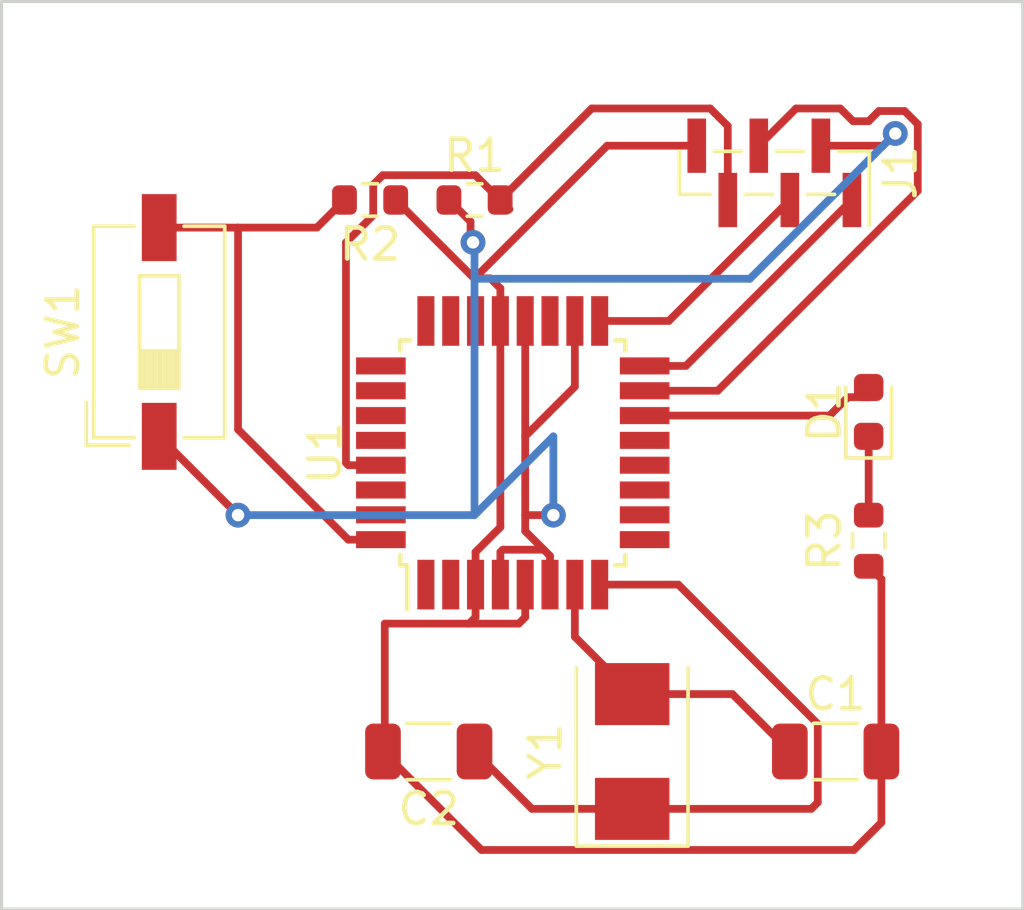
<source format=kicad_pcb>
(kicad_pcb (version 20221018) (generator pcbnew)
  (layers (0 "F.Cu" signal) (31 "B.Cu" signal) (34 "B.Paste" user) (35 "F.Paste" user) (36 "B.SilkS" user "B.Silkscreen") (37 "F.SilkS" user "F.Silkscreen") (38 "B.Mask" user) (39 "F.Mask" user) (44 "Edge.Cuts" user))
  (net 0 "")
  (net 1 "Net-(U1-XTAL1{slash}PB6)")
  (net 2 "GND")
  (net 3 "Net-(U1-XTAL2{slash}PB7)")
  (net 4 "Net-(D1-K)")
  (net 5 "Net-(D1-A)")
  (net 6 "Net-(J1-MISO)")
  (net 7 "+5V")
  (net 8 "Net-(J1-SCK)")
  (net 9 "Net-(J1-MOSI)")
  (net 10 "Net-(J1-~{RST})")
  (net 11 "Net-(SW1-B)")
  (net 26 "unconnected-(U1-PC5-Pad28)")
  (footprint "Package_QFP:TQFP-32_7x7mm_P0.8mm" (layer "F.Cu") (at 146.0125 132.61 90)
    (fp_text reference "U1" (at 0 -6.05 90) (layer "F.SilkS"))
    (fp_text value "ATmega328P-A")
    (fp_line (start -3.625 -3.625) (end -3.625 -3.4) (stroke (width 0.15)) (layer "F.SilkS"))
    (fp_line (start -3.625 -3.625) (end -3.3 -3.625) (stroke (width 0.15)) (layer "F.SilkS"))
    (fp_line (start -3.625 -3.4) (end -5.05 -3.4) (stroke (width 0.15)) (layer "F.SilkS"))
    (fp_line (start -3.625 3.625) (end -3.625 3.3) (stroke (width 0.15)) (layer "F.SilkS"))
    (fp_line (start -3.625 3.625) (end -3.3 3.625) (stroke (width 0.15)) (layer "F.SilkS"))
    (fp_line (start 3.625 -3.625) (end 3.3 -3.625) (stroke (width 0.15)) (layer "F.SilkS"))
    (fp_line (start 3.625 -3.625) (end 3.625 -3.3) (stroke (width 0.15)) (layer "F.SilkS"))
    (fp_line (start 3.625 3.625) (end 3.3 3.625) (stroke (width 0.15)) (layer "F.SilkS"))
    (fp_line (start 3.625 3.625) (end 3.625 3.3) (stroke (width 0.15)) (layer "F.SilkS"))
    (pad "1" smd rect (at -4.25 -2.8 90) (size 1.6 0.55) (layers "F.Cu" "F.Paste" "F.Mask"))
    (pad "2" smd rect (at -4.25 -2 90) (size 1.6 0.55) (layers "F.Cu" "F.Paste" "F.Mask"))
    (pad "3" smd rect (at -4.25 -1.2 90) (size 1.6 0.55) (layers "F.Cu" "F.Paste" "F.Mask") (net 2 "GND"))
    (pad "4" smd rect (at -4.25 -0.4 90) (size 1.6 0.55) (layers "F.Cu" "F.Paste" "F.Mask") (net 7 "+5V"))
    (pad "5" smd rect (at -4.25 0.4 90) (size 1.6 0.55) (layers "F.Cu" "F.Paste" "F.Mask") (net 2 "GND"))
    (pad "6" smd rect (at -4.25 1.2 90) (size 1.6 0.55) (layers "F.Cu" "F.Paste" "F.Mask") (net 7 "+5V"))
    (pad "7" smd rect (at -4.25 2 90) (size 1.6 0.55) (layers "F.Cu" "F.Paste" "F.Mask") (net 1 "Net-(U1-XTAL1{slash}PB6)"))
    (pad "8" smd rect (at -4.25 2.8 90) (size 1.6 0.55) (layers "F.Cu" "F.Paste" "F.Mask") (net 3 "Net-(U1-XTAL2{slash}PB7)"))
    (pad "9" smd rect (at -2.8 4.25 180) (size 1.6 0.55) (layers "F.Cu" "F.Paste" "F.Mask"))
    (pad "10" smd rect (at -2 4.25 180) (size 1.6 0.55) (layers "F.Cu" "F.Paste" "F.Mask"))
    (pad "11" smd rect (at -1.2 4.25 180) (size 1.6 0.55) (layers "F.Cu" "F.Paste" "F.Mask"))
    (pad "12" smd rect (at -0.4 4.25 180) (size 1.6 0.55) (layers "F.Cu" "F.Paste" "F.Mask"))
    (pad "13" smd rect (at 0.4 4.25 180) (size 1.6 0.55) (layers "F.Cu" "F.Paste" "F.Mask"))
    (pad "14" smd rect (at 1.2 4.25 180) (size 1.6 0.55) (layers "F.Cu" "F.Paste" "F.Mask") (net 5 "Net-(D1-A)"))
    (pad "15" smd rect (at 2 4.25 180) (size 1.6 0.55) (layers "F.Cu" "F.Paste" "F.Mask") (net 9 "Net-(J1-MOSI)"))
    (pad "16" smd rect (at 2.8 4.25 180) (size 1.6 0.55) (layers "F.Cu" "F.Paste" "F.Mask") (net 6 "Net-(J1-MISO)"))
    (pad "17" smd rect (at 4.25 2.8 90) (size 1.6 0.55) (layers "F.Cu" "F.Paste" "F.Mask") (net 8 "Net-(J1-SCK)"))
    (pad "18" smd rect (at 4.25 2 90) (size 1.6 0.55) (layers "F.Cu" "F.Paste" "F.Mask") (net 7 "+5V"))
    (pad "19" smd rect (at 4.25 1.2 90) (size 1.6 0.55) (layers "F.Cu" "F.Paste" "F.Mask"))
    (pad "20" smd rect (at 4.25 0.4 90) (size 1.6 0.55) (layers "F.Cu" "F.Paste" "F.Mask") (net 7 "+5V"))
    (pad "21" smd rect (at 4.25 -0.4 90) (size 1.6 0.55) (layers "F.Cu" "F.Paste" "F.Mask") (net 2 "GND"))
    (pad "22" smd rect (at 4.25 -1.2 90) (size 1.6 0.55) (layers "F.Cu" "F.Paste" "F.Mask"))
    (pad "23" smd rect (at 4.25 -2 90) (size 1.6 0.55) (layers "F.Cu" "F.Paste" "F.Mask"))
    (pad "24" smd rect (at 4.25 -2.8 90) (size 1.6 0.55) (layers "F.Cu" "F.Paste" "F.Mask"))
    (pad "25" smd rect (at 2.8 -4.25 180) (size 1.6 0.55) (layers "F.Cu" "F.Paste" "F.Mask"))
    (pad "26" smd rect (at 2 -4.25 180) (size 1.6 0.55) (layers "F.Cu" "F.Paste" "F.Mask"))
    (pad "27" smd rect (at 1.2 -4.25 180) (size 1.6 0.55) (layers "F.Cu" "F.Paste" "F.Mask"))
    (pad "28" smd rect (at 0.4 -4.25 180) (size 1.6 0.55) (layers "F.Cu" "F.Paste" "F.Mask") (net 26 "unconnected-(U1-PC5-Pad28)"))
    (pad "29" smd rect (at -0.4 -4.25 180) (size 1.6 0.55) (layers "F.Cu" "F.Paste" "F.Mask") (net 10 "Net-(J1-~{RST})"))
    (pad "30" smd rect (at -1.2 -4.25 180) (size 1.6 0.55) (layers "F.Cu" "F.Paste" "F.Mask"))
    (pad "31" smd rect (at -2 -4.25 180) (size 1.6 0.55) (layers "F.Cu" "F.Paste" "F.Mask"))
    (pad "32" smd rect (at -2.8 -4.25 180) (size 1.6 0.55) (layers "F.Cu" "F.Paste" "F.Mask") (net 11 "Net-(SW1-B)"))
  )
  (footprint "LED_SMD:LED_0603_1608Metric" (layer "F.Cu") (at 157.48 131.2925 90)
    (fp_text reference "D1" (at 0 -1.43 90) (layer "F.SilkS"))
    (fp_text value "LED")
    (fp_line (start -1.485 -0.735) (end -1.485 0.735) (stroke (width 0.12)) (layer "F.SilkS"))
    (fp_line (start -1.485 0.735) (end 0.8 0.735) (stroke (width 0.12)) (layer "F.SilkS"))
    (fp_line (start 0.8 -0.735) (end -1.485 -0.735) (stroke (width 0.12)) (layer "F.SilkS"))
    (pad "1" smd roundrect (at -0.7875 0 90) (size 0.875 0.95) (layers "F.Cu" "F.Paste" "F.Mask") (net 4 "Net-(D1-K)"))
    (pad "2" smd roundrect (at 0.7875 0 90) (size 0.875 0.95) (layers "F.Cu" "F.Paste" "F.Mask") (net 5 "Net-(D1-A)"))
  )
  (footprint "Resistor_SMD:R_0603_1608Metric" (layer "F.Cu") (at 141.415 124.46 180)
    (fp_text reference "R2" (at 0 -1.43) (layer "F.SilkS"))
    (fp_text value "10k")
    (fp_line (start -0.237258 -0.5225) (end 0.237258 -0.5225) (stroke (width 0.12)) (layer "F.SilkS"))
    (fp_line (start -0.237258 0.5225) (end 0.237258 0.5225) (stroke (width 0.12)) (layer "F.SilkS"))
    (pad "1" smd roundrect (at -0.825 0 180) (size 0.8 0.95) (layers "F.Cu" "F.Paste" "F.Mask") (net 2 "GND"))
    (pad "2" smd roundrect (at 0.825 0 180) (size 0.8 0.95) (layers "F.Cu" "F.Paste" "F.Mask") (net 11 "Net-(SW1-B)"))
  )
  (footprint "Capacitor_SMD:C_1206_3216Metric" (layer "F.Cu") (at 143.305 142.24 180)
    (fp_text reference "C2" (at 0 -1.85) (layer "F.SilkS"))
    (fp_text value "22p")
    (fp_line (start -0.711252 -0.91) (end 0.711252 -0.91) (stroke (width 0.12)) (layer "F.SilkS"))
    (fp_line (start -0.711252 0.91) (end 0.711252 0.91) (stroke (width 0.12)) (layer "F.SilkS"))
    (pad "1" smd roundrect (at -1.475 0 180) (size 1.15 1.8) (layers "F.Cu" "F.Paste" "F.Mask") (roundrect_rratio 0.2173913043) (net 3 "Net-(U1-XTAL2{slash}PB7)"))
    (pad "2" smd roundrect (at 1.475 0 180) (size 1.15 1.8) (layers "F.Cu" "F.Paste" "F.Mask") (roundrect_rratio 0.2173913043) (net 2 "GND"))
  )
  (footprint "Button_Switch_SMD:SW_DIP_SPSTx01_Slide_6.7x4.1mm_W6.73mm_P2.54mm_LowProfile_JPin" (layer "F.Cu") (at 134.62 128.715 90)
    (fp_text reference "SW1" (at 0 -3.11 90) (layer "F.SilkS"))
    (fp_text value "SW_SPST")
    (fp_line (start -3.65 -2.35) (end -3.65 -0.967) (stroke (width 0.12)) (layer "F.SilkS"))
    (fp_line (start -3.65 -2.35) (end -2.267 -2.35) (stroke (width 0.12)) (layer "F.SilkS"))
    (fp_line (start -3.41 -2.11) (end -3.41 -0.8) (stroke (width 0.12)) (layer "F.SilkS"))
    (fp_line (start -3.41 -2.11) (end 3.41 -2.11) (stroke (width 0.12)) (layer "F.SilkS"))
    (fp_line (start -3.41 0.8) (end -3.41 2.11) (stroke (width 0.12)) (layer "F.SilkS"))
    (fp_line (start -3.41 2.11) (end 3.41 2.11) (stroke (width 0.12)) (layer "F.SilkS"))
    (fp_line (start -1.81 -0.635) (end -1.81 0.635) (stroke (width 0.12)) (layer "F.SilkS"))
    (fp_line (start -1.81 -0.515) (end -0.603333 -0.515) (stroke (width 0.12)) (layer "F.SilkS"))
    (fp_line (start -1.81 -0.395) (end -0.603333 -0.395) (stroke (width 0.12)) (layer "F.SilkS"))
    (fp_line (start -1.81 -0.275) (end -0.603333 -0.275) (stroke (width 0.12)) (layer "F.SilkS"))
    (fp_line (start -1.81 -0.155) (end -0.603333 -0.155) (stroke (width 0.12)) (layer "F.SilkS"))
    (fp_line (start -1.81 -0.035) (end -0.603333 -0.035) (stroke (width 0.12)) (layer "F.SilkS"))
    (fp_line (start -1.81 0.085) (end -0.603333 0.085) (stroke (width 0.12)) (layer "F.SilkS"))
    (fp_line (start -1.81 0.205) (end -0.603333 0.205) (stroke (width 0.12)) (layer "F.SilkS"))
    (fp_line (start -1.81 0.325) (end -0.603333 0.325) (stroke (width 0.12)) (layer "F.SilkS"))
    (fp_line (start -1.81 0.445) (end -0.603333 0.445) (stroke (width 0.12)) (layer "F.SilkS"))
    (fp_line (start -1.81 0.565) (end -0.603333 0.565) (stroke (width 0.12)) (layer "F.SilkS"))
    (fp_line (start -1.81 0.635) (end 1.81 0.635) (stroke (width 0.12)) (layer "F.SilkS"))
    (fp_line (start -0.603333 -0.635) (end -0.603333 0.635) (stroke (width 0.12)) (layer "F.SilkS"))
    (fp_line (start 1.81 -0.635) (end -1.81 -0.635) (stroke (width 0.12)) (layer "F.SilkS"))
    (fp_line (start 1.81 0.635) (end 1.81 -0.635) (stroke (width 0.12)) (layer "F.SilkS"))
    (fp_line (start 3.41 -2.11) (end 3.41 -0.8) (stroke (width 0.12)) (layer "F.SilkS"))
    (fp_line (start 3.41 0.8) (end 3.41 2.11) (stroke (width 0.12)) (layer "F.SilkS"))
    (pad "1" smd rect (at -3.365 0 90) (size 2.16 1.12) (layers "F.Cu" "F.Paste" "F.Mask") (net 7 "+5V"))
    (pad "2" smd rect (at 3.365 0 90) (size 2.16 1.12) (layers "F.Cu" "F.Paste" "F.Mask") (net 11 "Net-(SW1-B)"))
  )
  (footprint "Resistor_SMD:R_0603_1608Metric" (layer "F.Cu") (at 157.48 135.445 90)
    (fp_text reference "R3" (at 0 -1.43 90) (layer "F.SilkS"))
    (fp_text value "330")
    (fp_line (start -0.237258 -0.5225) (end 0.237258 -0.5225) (stroke (width 0.12)) (layer "F.SilkS"))
    (fp_line (start -0.237258 0.5225) (end 0.237258 0.5225) (stroke (width 0.12)) (layer "F.SilkS"))
    (pad "1" smd roundrect (at -0.825 0 90) (size 0.8 0.95) (layers "F.Cu" "F.Paste" "F.Mask") (net 2 "GND"))
    (pad "2" smd roundrect (at 0.825 0 90) (size 0.8 0.95) (layers "F.Cu" "F.Paste" "F.Mask") (net 4 "Net-(D1-K)"))
  )
  (footprint "Connector_PinHeader_1.00mm:PinHeader_1x06_P1.00mm_Vertical_SMD_Pin1Right" (layer "F.Cu") (at 154.44 123.585 -90)
    (fp_text reference "J1" (at 0 -4.06 90) (layer "F.SilkS"))
    (fp_text value "AVR-ISP-6")
    (fp_line (start -0.695 -3.06) (end -0.695 -2.06) (stroke (width 0.12)) (layer "F.SilkS"))
    (fp_line (start -0.695 -3.06) (end 0.695 -3.06) (stroke (width 0.12)) (layer "F.SilkS"))
    (fp_line (start -0.695 -2.94) (end -0.695 -2.06) (stroke (width 0.12)) (layer "F.SilkS"))
    (fp_line (start -0.695 -0.94) (end -0.695 -0.06) (stroke (width 0.12)) (layer "F.SilkS"))
    (fp_line (start -0.695 1.06) (end -0.695 1.94) (stroke (width 0.12)) (layer "F.SilkS"))
    (fp_line (start -0.695 3.06) (end -0.695 3.06) (stroke (width 0.12)) (layer "F.SilkS"))
    (fp_line (start -0.695 3.06) (end 0.695 3.06) (stroke (width 0.12)) (layer "F.SilkS"))
    (fp_line (start 0.695 -3.06) (end 0.695 -3.06) (stroke (width 0.12)) (layer "F.SilkS"))
    (fp_line (start 0.695 -3.06) (end 1.69 -3.06) (stroke (width 0.12)) (layer "F.SilkS"))
    (fp_line (start 0.695 -1.94) (end 0.695 -1.06) (stroke (width 0.12)) (layer "F.SilkS"))
    (fp_line (start 0.695 0.06) (end 0.695 0.94) (stroke (width 0.12)) (layer "F.SilkS"))
    (fp_line (start 0.695 2.06) (end 0.695 3.06) (stroke (width 0.12)) (layer "F.SilkS"))
    (pad "1" smd rect (at 0.875 -2.5 270) (size 1.75 0.6) (layers "F.Cu" "F.Paste" "F.Mask") (net 6 "Net-(J1-MISO)"))
    (pad "2" smd rect (at -0.875 -1.5 270) (size 1.75 0.6) (layers "F.Cu" "F.Paste" "F.Mask") (net 7 "+5V"))
    (pad "3" smd rect (at 0.875 -0.5 270) (size 1.75 0.6) (layers "F.Cu" "F.Paste" "F.Mask") (net 8 "Net-(J1-SCK)"))
    (pad "4" smd rect (at -0.875 0.5 270) (size 1.75 0.6) (layers "F.Cu" "F.Paste" "F.Mask") (net 9 "Net-(J1-MOSI)"))
    (pad "5" smd rect (at 0.875 1.5 270) (size 1.75 0.6) (layers "F.Cu" "F.Paste" "F.Mask") (net 10 "Net-(J1-~{RST})"))
    (pad "6" smd rect (at -0.875 2.5 270) (size 1.75 0.6) (layers "F.Cu" "F.Paste" "F.Mask") (net 2 "GND"))
  )
  (footprint "Crystal:Crystal_SMD_5032-2Pin_5.0x3.2mm" (layer "F.Cu") (at 149.86 142.24 90)
    (fp_text reference "Y1" (at 0 -2.8 90) (layer "F.SilkS"))
    (fp_text value "Crystal")
    (fp_line (start -3.05 -1.8) (end -3.05 1.8) (stroke (width 0.12)) (layer "F.SilkS"))
    (fp_line (start -3.05 1.8) (end 2.7 1.8) (stroke (width 0.12)) (layer "F.SilkS"))
    (fp_line (start 2.7 -1.8) (end -3.05 -1.8) (stroke (width 0.12)) (layer "F.SilkS"))
    (pad "1" smd rect (at -1.85 0 90) (size 2 2.4) (layers "F.Cu" "F.Paste" "F.Mask") (net 3 "Net-(U1-XTAL2{slash}PB7)"))
    (pad "2" smd rect (at 1.85 0 90) (size 2 2.4) (layers "F.Cu" "F.Paste" "F.Mask") (net 1 "Net-(U1-XTAL1{slash}PB6)"))
  )
  (footprint "Capacitor_SMD:C_1206_3216Metric" (layer "F.Cu") (at 156.415 142.24)
    (fp_text reference "C1" (at 0 -1.85) (layer "F.SilkS"))
    (fp_text value "22p")
    (fp_line (start -0.711252 -0.91) (end 0.711252 -0.91) (stroke (width 0.12)) (layer "F.SilkS"))
    (fp_line (start -0.711252 0.91) (end 0.711252 0.91) (stroke (width 0.12)) (layer "F.SilkS"))
    (pad "1" smd roundrect (at -1.475 0) (size 1.15 1.8) (layers "F.Cu" "F.Paste" "F.Mask") (roundrect_rratio 0.2173913043) (net 1 "Net-(U1-XTAL1{slash}PB6)"))
    (pad "2" smd roundrect (at 1.475 0) (size 1.15 1.8) (layers "F.Cu" "F.Paste" "F.Mask") (roundrect_rratio 0.2173913043) (net 2 "GND"))
  )
  (footprint "Resistor_SMD:R_0603_1608Metric" (layer "F.Cu") (at 144.78 124.46)
    (fp_text reference "R1" (at 0 -1.43) (layer "F.SilkS"))
    (fp_text value "10k")
    (fp_line (start -0.237258 -0.5225) (end 0.237258 -0.5225) (stroke (width 0.12)) (layer "F.SilkS"))
    (fp_line (start -0.237258 0.5225) (end 0.237258 0.5225) (stroke (width 0.12)) (layer "F.SilkS"))
    (pad "1" smd roundrect (at -0.825 0) (size 0.8 0.95) (layers "F.Cu" "F.Paste" "F.Mask") (net 7 "+5V"))
    (pad "2" smd roundrect (at 0.825 0) (size 0.8 0.95) (layers "F.Cu" "F.Paste" "F.Mask") (net 10 "Net-(J1-~{RST})"))
  )
  (gr_rect (start 129.54 118.062641) (end 162.445123 147.32) (stroke (width 0.1)) (fill none) (layer "Edge.Cuts"))
  (segment (start 148.0125 138.5425) (end 148.0125 136.86) (width 0.25) (layer "F.Cu") (net 1))
  (segment (start 149.86 140.39) (end 148.0125 138.5425) (width 0.25) (layer "F.Cu") (net 1))
  (segment (start 153.09 140.39) (end 154.94 142.24) (width 0.25) (layer "F.Cu") (net 1))
  (segment (start 149.86 140.39) (end 153.09 140.39) (width 0.25) (layer "F.Cu") (net 1))
  (segment (start 157.89 142.24) (end 157.89 136.68) (width 0.25) (layer "F.Cu") (net 2))
  (segment (start 157.89 144.529099) (end 157.89 142.24) (width 0.25) (layer "F.Cu") (net 2))
  (segment (start 145.2875 126.985) (end 144.78 126.985) (width 0.25) (layer "F.Cu") (net 2))
  (segment (start 144.8125 136.86) (end 144.8125 137.91) (width 0.25) (layer "F.Cu") (net 2))
  (segment (start 144.8125 137.91) (end 144.604762 138.117738) (width 0.25) (layer "F.Cu") (net 2))
  (segment (start 141.888177 138.117738) (end 141.888177 142.181823) (width 0.25) (layer "F.Cu") (net 2))
  (segment (start 146.204762 138.117738) (end 144.604762 138.117738) (width 0.25) (layer "F.Cu") (net 2))
  (segment (start 144.78 126.985) (end 144.765 126.985) (width 0.25) (layer "F.Cu") (net 2))
  (segment (start 146.4125 136.86) (end 146.4125 137.91) (width 0.25) (layer "F.Cu") (net 2))
  (segment (start 145.6125 127.31) (end 145.2875 126.985) (width 0.25) (layer "F.Cu") (net 2))
  (segment (start 144.8125 136.86) (end 144.8125 135.81) (width 0.25) (layer "F.Cu") (net 2))
  (segment (start 145.6125 128.36) (end 145.6125 127.31) (width 0.25) (layer "F.Cu") (net 2))
  (segment (start 144.8125 135.81) (end 145.6125 135.01) (width 0.25) (layer "F.Cu") (net 2))
  (segment (start 149.055 122.71) (end 151.94 122.71) (width 0.25) (layer "F.Cu") (net 2))
  (segment (start 146.4125 137.91) (end 146.204762 138.117738) (width 0.25) (layer "F.Cu") (net 2))
  (segment (start 145.005 145.415) (end 157.004099 145.415) (width 0.25) (layer "F.Cu") (net 2))
  (segment (start 141.888177 142.181823) (end 141.83 142.24) (width 0.25) (layer "F.Cu") (net 2))
  (segment (start 145.6125 135.01) (end 145.6125 128.36) (width 0.25) (layer "F.Cu") (net 2))
  (segment (start 157.89 136.68) (end 157.48 136.27) (width 0.25) (layer "F.Cu") (net 2))
  (segment (start 141.83 142.24) (end 145.005 145.415) (width 0.25) (layer "F.Cu") (net 2))
  (segment (start 144.765 126.985) (end 142.24 124.46) (width 0.25) (layer "F.Cu") (net 2))
  (segment (start 157.004099 145.415) (end 157.89 144.529099) (width 0.25) (layer "F.Cu") (net 2))
  (segment (start 144.78 126.985) (end 149.055 122.71) (width 0.25) (layer "F.Cu") (net 2))
  (segment (start 144.604762 138.117738) (end 141.888177 138.117738) (width 0.25) (layer "F.Cu") (net 2))
  (segment (start 151.348173 136.86) (end 155.84 141.351827) (width 0.25) (layer "F.Cu") (net 3))
  (segment (start 144.78 142.24) (end 146.63 144.09) (width 0.25) (layer "F.Cu") (net 3))
  (segment (start 155.84 143.88) (end 155.63 144.09) (width 0.25) (layer "F.Cu") (net 3))
  (segment (start 155.63 144.09) (end 149.86 144.09) (width 0.25) (layer "F.Cu") (net 3))
  (segment (start 146.63 144.09) (end 149.86 144.09) (width 0.25) (layer "F.Cu") (net 3))
  (segment (start 155.84 141.351827) (end 155.84 143.88) (width 0.25) (layer "F.Cu") (net 3))
  (segment (start 148.8125 136.86) (end 151.348173 136.86) (width 0.25) (layer "F.Cu") (net 3))
  (segment (start 157.48 134.62) (end 157.48 132.08) (width 0.25) (layer "F.Cu") (net 4))
  (segment (start 150.2625 131.41) (end 156.23 131.41) (width 0.25) (layer "F.Cu") (net 5))
  (segment (start 157.48 130.8175) (end 157.48 130.505) (width 0.25) (layer "F.Cu") (net 5))
  (segment (start 156.23 131.399625) (end 156.812125 130.8175) (width 0.25) (layer "F.Cu") (net 5))
  (segment (start 156.23 131.41) (end 156.23 131.399625) (width 0.25) (layer "F.Cu") (net 5))
  (segment (start 156.812125 130.8175) (end 157.48 130.8175) (width 0.25) (layer "F.Cu") (net 5))
  (segment (start 150.2625 129.81) (end 151.59 129.81) (width 0.25) (layer "F.Cu") (net 6))
  (segment (start 151.59 129.81) (end 156.94 124.46) (width 0.25) (layer "F.Cu") (net 6))
  (segment (start 144.652013 125.157013) (end 143.955 124.46) (width 0.25) (layer "F.Cu") (net 7))
  (segment (start 146.4125 132.08) (end 148.0125 130.48) (width 0.25) (layer "F.Cu") (net 7))
  (segment (start 146.4125 134.62) (end 146.4125 132.08) (width 0.25) (layer "F.Cu") (net 7))
  (segment (start 147.2125 135.935) (end 147.2125 136.86) (width 0.25) (layer "F.Cu") (net 7))
  (segment (start 145.6875 135.735) (end 147.0125 135.735) (width 0.25) (layer "F.Cu") (net 7))
  (segment (start 158.33672 122.316646) (end 157.943366 122.71) (width 0.25) (layer "F.Cu") (net 7))
  (segment (start 147.0125 135.735) (end 147.2125 135.935) (width 0.25) (layer "F.Cu") (net 7))
  (segment (start 144.731135 125.826319) (end 144.652013 125.747197) (width 0.25) (layer "F.Cu") (net 7))
  (segment (start 146.4125 135.135) (end 146.4125 134.62) (width 0.25) (layer "F.Cu") (net 7))
  (segment (start 144.652013 125.747197) (end 144.652013 125.157013) (width 0.25) (layer "F.Cu") (net 7))
  (segment (start 146.4125 132.08) (end 146.4125 128.36) (width 0.25) (layer "F.Cu") (net 7))
  (segment (start 147.0125 135.735) (end 146.4125 135.135) (width 0.25) (layer "F.Cu") (net 7))
  (segment (start 145.6125 136.86) (end 145.6125 135.81) (width 0.25) (layer "F.Cu") (net 7))
  (segment (start 146.4125 134.62) (end 147.32 134.62) (width 0.25) (layer "F.Cu") (net 7))
  (segment (start 145.6125 135.81) (end 145.6875 135.735) (width 0.25) (layer "F.Cu") (net 7))
  (segment (start 137.16 134.62) (end 134.62 132.08) (width 0.25) (layer "F.Cu") (net 7))
  (segment (start 157.943366 122.71) (end 155.94 122.71) (width 0.25) (layer "F.Cu") (net 7))
  (segment (start 148.0125 130.48) (end 148.0125 128.36) (width 0.25) (layer "F.Cu") (net 7))
  (via (at 137.16 134.62) (size 0.8) (drill 0.4) (layers "F.Cu" "B.Cu") (net 7))
  (via (at 147.32 134.62) (size 0.8) (drill 0.4) (layers "F.Cu" "B.Cu") (net 7))
  (via (at 144.731135 125.826319) (size 0.8) (drill 0.4) (layers "F.Cu" "B.Cu") (net 7))
  (via (at 158.33672 122.316646) (size 0.8) (drill 0.4) (layers "F.Cu" "B.Cu") (net 7))
  (segment (start 144.78 127) (end 153.653366 127) (width 0.25) (layer "B.Cu") (net 7))
  (segment (start 144.78 127) (end 144.78 125.875184) (width 0.25) (layer "B.Cu") (net 7))
  (segment (start 144.78 134.62) (end 144.78 127) (width 0.25) (layer "B.Cu") (net 7))
  (segment (start 147.32 134.62) (end 147.32 132.08) (width 0.25) (layer "B.Cu") (net 7))
  (segment (start 144.78 134.62) (end 137.16 134.62) (width 0.25) (layer "B.Cu") (net 7))
  (segment (start 153.653366 127) (end 158.33672 122.316646) (width 0.25) (layer "B.Cu") (net 7))
  (segment (start 144.78 125.875184) (end 144.731135 125.826319) (width 0.25) (layer "B.Cu") (net 7))
  (segment (start 147.32 132.08) (end 144.78 134.62) (width 0.25) (layer "B.Cu") (net 7))
  (segment (start 148.8125 128.36) (end 151.04 128.36) (width 0.25) (layer "F.Cu") (net 8))
  (segment (start 151.04 128.36) (end 154.94 124.46) (width 0.25) (layer "F.Cu") (net 8))
  (segment (start 158.637025 121.591646) (end 157.808354 121.591646) (width 0.25) (layer "F.Cu") (net 9))
  (segment (start 157.808354 121.591646) (end 157.48 121.92) (width 0.25) (layer "F.Cu") (net 9))
  (segment (start 155.14 121.51) (end 153.94 122.71) (width 0.25) (layer "F.Cu") (net 9))
  (segment (start 150.2625 130.61) (end 152.615 130.61) (width 0.25) (layer "F.Cu") (net 9))
  (segment (start 159.06172 124.16328) (end 159.06172 122.016341) (width 0.25) (layer "F.Cu") (net 9))
  (segment (start 159.06172 122.016341) (end 158.637025 121.591646) (width 0.25) (layer "F.Cu") (net 9))
  (segment (start 157.48 121.92) (end 156.975 121.92) (width 0.25) (layer "F.Cu") (net 9))
  (segment (start 156.565 121.51) (end 155.14 121.51) (width 0.25) (layer "F.Cu") (net 9))
  (segment (start 156.975 121.92) (end 156.565 121.51) (width 0.25) (layer "F.Cu") (net 9))
  (segment (start 152.615 130.61) (end 159.06172 124.16328) (width 0.25) (layer "F.Cu") (net 9))
  (segment (start 141.515 124.952462) (end 141.515 123.967538) (width 0.25) (layer "F.Cu") (net 10))
  (segment (start 140.7125 133.01) (end 140.6375 132.935) (width 0.25) (layer "F.Cu") (net 10))
  (segment (start 144.805 123.66) (end 145.605 124.46) (width 0.25) (layer "F.Cu") (net 10))
  (segment (start 145.605 124.46) (end 145.6125 124.4675) (width 0.25) (layer "F.Cu") (net 10))
  (segment (start 140.6375 125.829962) (end 141.515 124.952462) (width 0.25) (layer "F.Cu") (net 10))
  (segment (start 145.605 124.46) (end 148.555 121.51) (width 0.25) (layer "F.Cu") (net 10))
  (segment (start 141.822538 123.66) (end 144.805 123.66) (width 0.25) (layer "F.Cu") (net 10))
  (segment (start 141.515 123.967538) (end 141.822538 123.66) (width 0.25) (layer "F.Cu") (net 10))
  (segment (start 145.605 124.46) (end 145.903543 124.758543) (width 0.25) (layer "F.Cu") (net 10))
  (segment (start 140.6375 132.935) (end 140.6375 125.829962) (width 0.25) (layer "F.Cu") (net 10))
  (segment (start 152.375088 121.51) (end 152.94 122.074912) (width 0.25) (layer "F.Cu") (net 10))
  (segment (start 148.555 121.51) (end 152.375088 121.51) (width 0.25) (layer "F.Cu") (net 10))
  (segment (start 141.7625 133.01) (end 140.7125 133.01) (width 0.25) (layer "F.Cu") (net 10))
  (segment (start 152.94 122.074912) (end 152.94 124.46) (width 0.25) (layer "F.Cu") (net 10))
  (segment (start 139.7 125.35) (end 140.59 124.46) (width 0.25) (layer "F.Cu") (net 11))
  (segment (start 134.62 125.35) (end 137.16 125.35) (width 0.25) (layer "F.Cu") (net 11))
  (segment (start 137.16 125.35) (end 139.7 125.35) (width 0.25) (layer "F.Cu") (net 11))
  (segment (start 137.16 131.8575) (end 137.16 125.35) (width 0.25) (layer "F.Cu") (net 11))
  (segment (start 140.7125 135.41) (end 137.16 131.8575) (width 0.25) (layer "F.Cu") (net 11))
  (segment (start 141.7625 135.41) (end 140.7125 135.41) (width 0.25) (layer "F.Cu") (net 11))
  (segment (start 141.6325 132.08) (end 141.7625 132.21) (width 0.25) (layer "F.Cu") (net 26))
)
</source>
